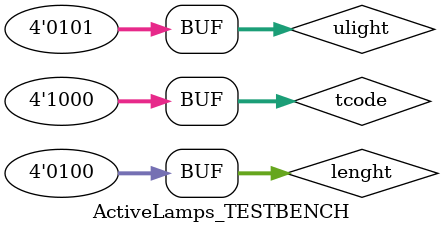
<source format=v>
`timescale 1ns / 1ps

module ActiveLamps_TESTBENCH;

	// Inputs
	reg [3:0] tcode;
	reg [3:0] ulight;
	reg [3:0] lenght;

	// Outputs
	wire [3:0] active_lights;

	// Instantiate the Unit Under Test (UUT)
	ActiveLamps uut (
		.tcode(tcode), 
		.ulight(ulight), 
		.lenght(lenght), 
		.active_lights(active_lights)
	);

	initial begin
		tcode = 4'b0000;
		ulight = 4'b0000;
		lenght = 4'b0000;
		#50;
		tcode = 4'b0001;
		ulight = 4'b0000;
		lenght = 4'b0000;
		#50;
		tcode = 4'b0010;
		ulight = 4'b0000;
		lenght = 4'b0000;
		#50;
		tcode = 4'b0100;
		ulight = 4'b0000;
		lenght = 4'b0000;
		#50;
		tcode = 4'b1000;
		ulight = 4'b0000;
		lenght = 4'b0000;
		#50;
		tcode = 4'b1000;
		ulight = 4'b1100;
		lenght = 4'b0000;
		#50;
		tcode = 4'b0100;
		ulight = 4'b0000;
		lenght = 4'b1000;
		#50;
		tcode = 4'b1000;
		ulight = 4'b0100;
		lenght = 4'b0100;
		#50;
		
		//////
		
		
		
		
		tcode = 4'b0100;
		ulight = 4'b0000;
		lenght = 4'b0001;
		#50;
		tcode = 4'b0100;
		ulight = 4'b0010;
		lenght = 4'b0010;
		#50;
		tcode = 4'b0100;
		ulight = 4'b0011;
		lenght = 4'b0011;
		#50;
		tcode = 4'b0100;
		ulight = 4'b0000;
		lenght = 4'b0100;
		#50;
		ulight = 4'b0000;
		lenght = 4'b0110;
		#50;
		ulight = 4'b1100;
		lenght = 4'b1100;
		#50;
		
		//
		tcode = 4'b1000;
		ulight = 4'b0000;
		lenght = 4'b1000;
		#50;
		ulight = 4'b0100;
		lenght = 4'b0100;
		#50;
		ulight = 4'b1100;
		lenght = 4'b0100;
		#50;
		ulight = 4'b0110;
		lenght = 4'b0100;
		#50;
		ulight = 4'b0101;
		lenght = 4'b0100;
		#50;

	end
      
endmodule


</source>
